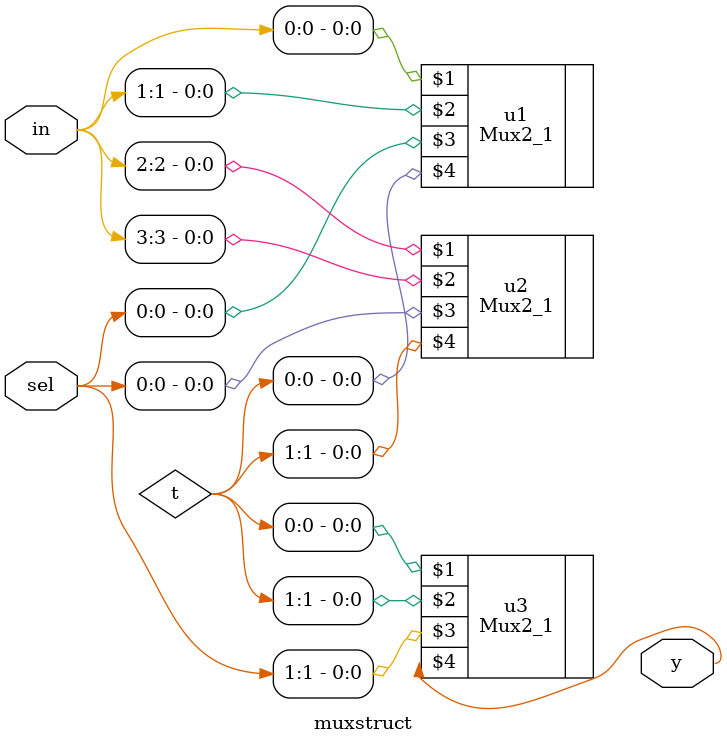
<source format=v>
module muxstruct(in,sel,y);
	input [0:3] in;
	input [1:0]sel;
	output y;
	wire [0:1]t;
	
	Mux2_1 u1(in[0],in[1],sel[0],t[0]);
	Mux2_1 u2(in[2],in[3],sel[0],t[1]);
	Mux2_1 u3(t[0],t[1],sel[1],y);
	
endmodule

</source>
